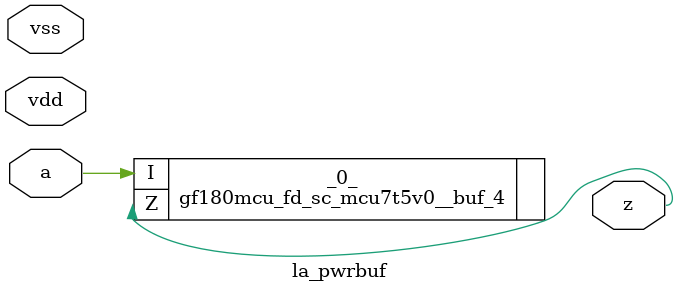
<source format=v>
/* Generated by Yosys 0.37 (git sha1 a5c7f69ed, clang 14.0.0-1ubuntu1.1 -fPIC -Os) */

module la_pwrbuf(vdd, vss, a, z);
  input a;
  wire a;
  input vdd;
  wire vdd;
  input vss;
  wire vss;
  output z;
  wire z;
  gf180mcu_fd_sc_mcu7t5v0__buf_4 _0_ (
    .I(a),
    .Z(z)
  );
endmodule

</source>
